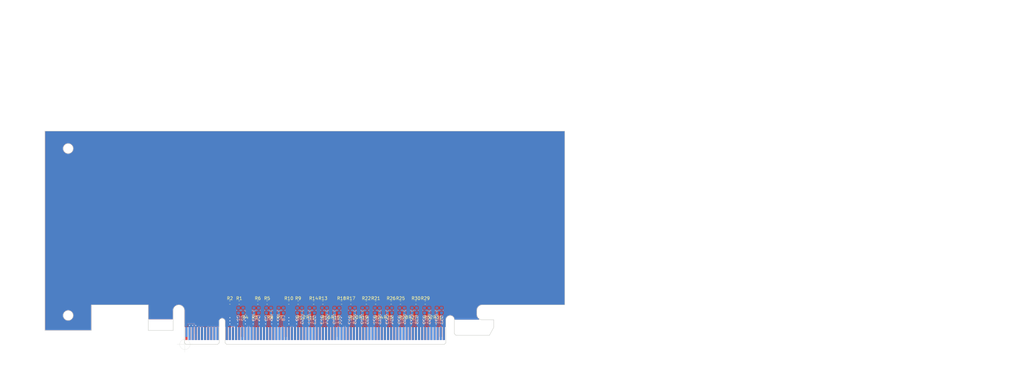
<source format=kicad_pcb>
(kicad_pcb (version 20241229) (generator "pcbnew") (generator_version "9.0")
  (title_block (title "PCIexpress_x16_full") (company "Author: Luca Anastasio"))
  (layers (0 "F.Cu" power) (4 "In1.Cu" power) (6 "In2.Cu" power) (2 "B.Cu" power) (13 "F.Paste" user) (15 "B.Paste" user) (5 "F.SilkS" user "F.Silkscreen") (7 "B.SilkS" user "B.Silkscreen") (1 "F.Mask" user) (3 "B.Mask" user) (25 "Edge.Cuts" user))
  (net 0 "")
  (net 1 "GND")
  (net 2 "Net-(J2-PadA50)")
  (net 3 "Net-(J2-PadB82)")
  (net 4 "Net-(J2-PadA33)")
  (net 5 "Net-(J2-PadA32)")
  (net 6 "Net-(J2-PadA19)")
  (net 7 "+12V")
  (net 8 "+3V3")
  (net 9 "+3.3VA")
  (net 10 "Net-(J2-PadB12)")
  (net 11 "Net-(J2-PadB30)")
  (net 12 "/PER0_P")
  (net 13 "/PER0_N")
  (net 14 "/PER1_P")
  (net 15 "/PER1_N")
  (net 16 "/PER2_P")
  (net 17 "/PER2_N")
  (net 18 "/PER3_P")
  (net 19 "/PER3_N")
  (net 20 "/PER4_P")
  (net 21 "/PER4_N")
  (net 22 "/PER5_P")
  (net 23 "/PER5_N")
  (net 24 "/PER6_P")
  (net 25 "/PER6_N")
  (net 26 "/PER7_P")
  (net 27 "/PER7_N")
  (net 28 "/PER8_P")
  (net 29 "/PER8_N")
  (net 30 "/PER9_P")
  (net 31 "/PER9_N")
  (net 32 "/PER10_P")
  (net 33 "/PER10_N")
  (net 34 "/PER11_P")
  (net 35 "/PER11_N")
  (net 36 "/PER12_P")
  (net 37 "/PER12_N")
  (net 38 "/PER13_P")
  (net 39 "/PER13_N")
  (net 40 "/PER14_P")
  (net 41 "/PER14_N")
  (net 42 "/PER15_P")
  (net 43 "/PER15_N")
  (net 44 "/~{PRSNT2x16}")
  (net 45 "/PET15_N")
  (net 46 "/PET15_P")
  (net 47 "/PET14_N")
  (net 48 "/PET14_P")
  (net 49 "/PET13_N")
  (net 50 "/PET13_P")
  (net 51 "/PET12_N")
  (net 52 "/PET12_P")
  (net 53 "/PET11_N")
  (net 54 "/PET11_P")
  (net 55 "/PET10_N")
  (net 56 "/PET10_P")
  (net 57 "/PET9_N")
  (net 58 "/PET9_P")
  (net 59 "/PET8_N")
  (net 60 "/PET8_P")
  (net 61 "/~{PRSNT2x8}")
  (net 62 "/PET7_N")
  (net 63 "/PET7_P")
  (net 64 "/PET6_N")
  (net 65 "/PET6_P")
  (net 66 "/PET5_N")
  (net 67 "/PET5_P")
  (net 68 "/PET4_N")
  (net 69 "/PET4_P")
  (net 70 "/~{PRSNT2x4}")
  (net 71 "/PET3_N")
  (net 72 "/PET3_P")
  (net 73 "/PET2_N")
  (net 74 "/PET2_P")
  (net 75 "/PET1_N")
  (net 76 "/PET1_P")
  (net 77 "/SMCLK")
  (net 78 "/SMDAT")
  (net 79 "/~{TRST}")
  (net 80 "/~{WAKE}")
  (net 81 "/PET0_P")
  (net 82 "/PET0_N")
  (net 83 "/~{PRSNT2x1}")
  (net 84 "/~{PRSNT1}")
  (net 85 "/TCK")
  (net 86 "/TDI")
  (net 87 "/TDO")
  (net 88 "/TMS")
  (net 89 "/~{PERST}")
  (net 90 "/REFCLK-")
  (net 91 "/REFCLK+")
  (net 92 "/PCIexpress_connector/_PER0_P")
  (net 93 "/PCIexpress_connector/_PER0_N")
  (net 94 "/PCIexpress_connector/_PER1_P")
  (net 95 "/PCIexpress_connector/_PER1_N")
  (net 96 "/PCIexpress_connector/_PER2_P")
  (net 97 "/PCIexpress_connector/_PER2_N")
  (net 98 "/PCIexpress_connector/_PER3_P")
  (net 99 "/PCIexpress_connector/_PER3_N")
  (net 100 "/PCIexpress_connector/_PER4_P")
  (net 101 "/PCIexpress_connector/_PER4_N")
  (net 102 "/PCIexpress_connector/_PER5_P")
  (net 103 "/PCIexpress_connector/_PER5_N")
  (net 104 "/PCIexpress_connector/_PER6_P")
  (net 105 "/PCIexpress_connector/_PER6_N")
  (net 106 "/PCIexpress_connector/_PER7_P")
  (net 107 "/PCIexpress_connector/_PER7_N")
  (net 108 "/PCIexpress_connector/_PER8_P")
  (net 109 "/PCIexpress_connector/_PER8_N")
  (net 110 "/PCIexpress_connector/_PER9_P")
  (net 111 "/PCIexpress_connector/_PER9_N")
  (net 112 "/PCIexpress_connector/_PER10_P")
  (net 113 "/PCIexpress_connector/_PER10_N")
  (net 114 "/PCIexpress_connector/_PER11_P")
  (net 115 "/PCIexpress_connector/_PER11_N")
  (net 116 "/PCIexpress_connector/_PER12_P")
  (net 117 "/PCIexpress_connector/_PER12_N")
  (net 118 "/PCIexpress_connector/_PER13_P")
  (net 119 "/PCIexpress_connector/_PER13_N")
  (net 120 "/PCIexpress_connector/_PER14_P")
  (net 121 "/PCIexpress_connector/_PER14_N")
  (net 122 "/PCIexpress_connector/_PER15_P")
  (net 123 "/PCIexpress_connector/_PER15_N")
  (footprint "PCIexpress:PCIexpress_bracket_low" (layer "F.Cu") (at 109.625 194.125)
    (property "Reference" "J1" (hide yes))
    (property "Value" "PCIexpress_bracket")
  )
  (footprint "PCIexpress:PCIexpress_x16" (layer "F.Cu") (at 109.625 194.125)
    (property "Reference" "J2" (hide yes))
    (property "Value" "PCIexpress_x16")
  )
  (footprint "Resistor_SMD:R_0603_1608Metric" (layer "F.Cu") (at 127.125 180.625)
    (property "Reference" "R1")
    (property "Value" "49.9")
  )
  (footprint "Resistor_SMD:R_0603_1608Metric" (layer "F.Cu") (at 124.125 180.625 180)
    (property "Reference" "R2")
    (property "Value" "49.9")
  )
  (footprint "Resistor_SMD:R_0603_1608Metric" (layer "F.Cu") (at 136.125 180.625)
    (property "Reference" "R5")
    (property "Value" "49.9")
  )
  (footprint "Resistor_SMD:R_0603_1608Metric" (layer "F.Cu") (at 133.125 180.625 180)
    (property "Reference" "R6")
    (property "Value" "49.9")
  )
  (footprint "Resistor_SMD:R_0603_1608Metric" (layer "F.Cu") (at 140.125 183.875)
    (property "Reference" "R7")
    (property "Value" "49.9")
  )
  (footprint "Resistor_SMD:R_0603_1608Metric" (layer "F.Cu") (at 137.125 183.875 180)
    (property "Reference" "R8")
    (property "Value" "49.9")
  )
  (footprint "Resistor_SMD:R_0603_1608Metric" (layer "F.Cu") (at 146.125 180.625)
    (property "Reference" "R9")
    (property "Value" "49.9")
  )
  (footprint "Resistor_SMD:R_0603_1608Metric" (layer "F.Cu") (at 143.125 180.625 180)
    (property "Reference" "R10")
    (property "Value" "49.9")
  )
  (footprint "Resistor_SMD:R_0603_1608Metric" (layer "F.Cu") (at 150.125 183.875)
    (property "Reference" "R11")
    (property "Value" "49.9")
  )
  (footprint "Resistor_SMD:R_0603_1608Metric" (layer "F.Cu") (at 147.125 183.875 180)
    (property "Reference" "R12")
    (property "Value" "49.9")
  )
  (footprint "Resistor_SMD:R_0603_1608Metric" (layer "F.Cu") (at 154.125 180.625)
    (property "Reference" "R13")
    (property "Value" "49.9")
  )
  (footprint "Resistor_SMD:R_0603_1608Metric" (layer "F.Cu") (at 151.125 180.625 180)
    (property "Reference" "R14")
    (property "Value" "49.9")
  )
  (footprint "Resistor_SMD:R_0603_1608Metric" (layer "F.Cu") (at 158.125 183.875)
    (property "Reference" "R15")
    (property "Value" "49.9")
  )
  (footprint "Resistor_SMD:R_0603_1608Metric" (layer "F.Cu") (at 155.125 183.875 180)
    (property "Reference" "R16")
    (property "Value" "49.9")
  )
  (footprint "Resistor_SMD:R_0603_1608Metric" (layer "F.Cu") (at 163.125 180.625)
    (property "Reference" "R17")
    (property "Value" "49.9")
  )
  (footprint "Resistor_SMD:R_0603_1608Metric" (layer "F.Cu") (at 167.125 183.875)
    (property "Reference" "R19")
    (property "Value" "49.9")
  )
  (footprint "Resistor_SMD:R_0603_1608Metric" (layer "F.Cu") (at 164.125 183.875 180)
    (property "Reference" "R20")
    (property "Value" "49.9")
  )
  (footprint "Resistor_SMD:R_0603_1608Metric" (layer "F.Cu") (at 171.125 180.625)
    (property "Reference" "R21")
    (property "Value" "49.9")
  )
  (footprint "Resistor_SMD:R_0603_1608Metric" (layer "F.Cu") (at 168.125 180.625 180)
    (property "Reference" "R22")
    (property "Value" "49.9")
  )
  (footprint "Resistor_SMD:R_0603_1608Metric" (layer "F.Cu") (at 175.125 183.875)
    (property "Reference" "R23")
    (property "Value" "49.9")
  )
  (footprint "Resistor_SMD:R_0603_1608Metric" (layer "F.Cu") (at 172.125 183.875 180)
    (property "Reference" "R24")
    (property "Value" "49.9")
  )
  (footprint "Resistor_SMD:R_0603_1608Metric" (layer "F.Cu") (at 179.135 180.625)
    (property "Reference" "R25")
    (property "Value" "49.9")
  )
  (footprint "Resistor_SMD:R_0603_1608Metric" (layer "F.Cu") (at 176.125 180.625 180)
    (property "Reference" "R26")
    (property "Value" "49.9")
  )
  (footprint "Resistor_SMD:R_0603_1608Metric" (layer "F.Cu") (at 183.125 183.875)
    (property "Reference" "R27")
    (property "Value" "49.9")
  )
  (footprint "Resistor_SMD:R_0603_1608Metric" (layer "F.Cu") (at 180.125 183.875 180)
    (property "Reference" "R28")
    (property "Value" "49.9")
  )
  (footprint "Resistor_SMD:R_0603_1608Metric" (layer "F.Cu") (at 187.125 180.625)
    (property "Reference" "R29")
    (property "Value" "49.9")
  )
  (footprint "Resistor_SMD:R_0603_1608Metric" (layer "F.Cu") (at 184.125 180.625 180)
    (property "Reference" "R30")
    (property "Value" "49.9")
  )
  (footprint "Resistor_SMD:R_0603_1608Metric" (layer "F.Cu") (at 191.125 183.875)
    (property "Reference" "R31")
    (property "Value" "49.9")
  )
  (footprint "Resistor_SMD:R_0603_1608Metric" (layer "F.Cu") (at 188.125 183.875 180)
    (property "Reference" "R32")
    (property "Value" "49.9")
  )
  (footprint "Resistor_SMD:R_0603_1608Metric" (layer "F.Cu") (at 160.125 180.625 180)
    (property "Reference" "R18")
    (property "Value" "49.9")
  )
  (footprint "Resistor_SMD:R_0603_1608Metric" (layer "F.Cu") (at 129.125 183.875 180)
    (property "Reference" "R4")
    (property "Value" "49.9")
  )
  (footprint "Resistor_SMD:R_0603_1608Metric" (layer "F.Cu") (at 132.125 183.875)
    (property "Reference" "R3")
    (property "Value" "49.9")
  )
  (footprint "Capacitor_SMD:C_0603_1608Metric" (layer "B.Cu") (at 126.875 183.125 -90)
    (property "Reference" "C1")
    (property "Value" "100n")
  )
  (footprint "Capacitor_SMD:C_0603_1608Metric" (layer "B.Cu") (at 128.375 183.125 90)
    (property "Reference" "C2")
    (property "Value" "100n")
  )
  (footprint "Capacitor_SMD:C_0603_1608Metric" (layer "B.Cu") (at 131.875 183.125 -90)
    (property "Reference" "C3")
    (property "Value" "100n")
  )
  (footprint "Capacitor_SMD:C_0603_1608Metric" (layer "B.Cu") (at 133.375 183.125 90)
    (property "Reference" "C4")
    (property "Value" "100n")
  )
  (footprint "Capacitor_SMD:C_0603_1608Metric" (layer "B.Cu") (at 135.875 183.125 -90)
    (property "Reference" "C5")
    (property "Value" "100n")
  )
  (footprint "Capacitor_SMD:C_0603_1608Metric" (layer "B.Cu") (at 137.375 183.125 90)
    (property "Reference" "C6")
    (property "Value" "100n")
  )
  (footprint "Capacitor_SMD:C_0603_1608Metric" (layer "B.Cu") (at 139.875 183.125 -90)
    (property "Reference" "C7")
    (property "Value" "100n")
  )
  (footprint "Capacitor_SMD:C_0603_1608Metric" (layer "B.Cu") (at 141.375 183.125 90)
    (property "Reference" "C8")
    (property "Value" "100n")
  )
  (footprint "Capacitor_SMD:C_0603_1608Metric" (layer "B.Cu") (at 145.875 183.125 -90)
    (property "Reference" "C9")
    (property "Value" "100n")
  )
  (footprint "Capacitor_SMD:C_0603_1608Metric" (layer "B.Cu") (at 147.375 183.125 90)
    (property "Reference" "C10")
    (property "Value" "100n")
  )
  (footprint "Capacitor_SMD:C_0603_1608Metric" (layer "B.Cu") (at 149.875 183.125 -90)
    (property "Reference" "C11")
    (property "Value" "100n")
  )
  (footprint "Capacitor_SMD:C_0603_1608Metric" (layer "B.Cu") (at 151.375 183.125 90)
    (property "Reference" "C12")
    (property "Value" "100n")
  )
  (footprint "Capacitor_SMD:C_0603_1608Metric" (layer "B.Cu") (at 155.375 183.125 90)
    (property "Reference" "C14")
    (property "Value" "100n")
  )
  (footprint "Capacitor_SMD:C_0603_1608Metric" (layer "B.Cu") (at 157.875 183.125 -90)
    (property "Reference" "C15")
    (property "Value" "100n")
  )
  (footprint "Capacitor_SMD:C_0603_1608Metric" (layer "B.Cu") (at 159.375 183.125 90)
    (property "Reference" "C16")
    (property "Value" "100n")
  )
  (footprint "Capacitor_SMD:C_0603_1608Metric" (layer "B.Cu") (at 162.875 183.125 -90)
    (property "Reference" "C17")
    (property "Value" "100n")
  )
  (footprint "Capacitor_SMD:C_0603_1608Metric" (layer "B.Cu") (at 164.375 183.125 90)
    (property "Reference" "C18")
    (property "Value" "100n")
  )
  (footprint "Capacitor_SMD:C_0603_1608Metric" (layer "B.Cu") (at 166.875 183.125 -90)
    (property "Reference" "C19")
    (property "Value" "100n")
  )
  (footprint "Capacitor_SMD:C_0603_1608Metric" (layer "B.Cu") (at 168.375 183.125 90)
    (property "Reference" "C20")
    (property "Value" "100n")
  )
  (footprint "Capacitor_SMD:C_0603_1608Metric" (layer "B.Cu") (at 170.875 183.125 -90)
    (property "Reference" "C21")
    (property "Value" "100n")
  )
  (footprint "Capacitor_SMD:C_0603_1608Metric" (layer "B.Cu") (at 172.375 183.125 90)
    (property "Reference" "C22")
    (property "Value" "100n")
  )
  (footprint "Capacitor_SMD:C_0603_1608Metric" (layer "B.Cu") (at 174.875 183.125 -90)
    (property "Reference" "C23")
    (property "Value" "100n")
  )
  (footprint "Capacitor_SMD:C_0603_1608Metric" (layer "B.Cu") (at 176.375 183.125 90)
    (property "Reference" "C24")
    (property "Value" "100n")
  )
  (footprint "Capacitor_SMD:C_0603_1608Metric" (layer "B.Cu") (at 178.875 183.125 -90)
    (property "Reference" "C25")
    (property "Value" "100n")
  )
  (footprint "Capacitor_SMD:C_0603_1608Metric" (layer "B.Cu") (at 180.375 183.125 90)
    (property "Reference" "C26")
    (property "Value" "100n")
  )
  (footprint "Capacitor_SMD:C_0603_1608Metric" (layer "B.Cu") (at 182.875 183.125 -90)
    (property "Reference" "C27")
    (property "Value" "100n")
  )
  (footprint "Capacitor_SMD:C_0603_1608Metric" (layer "B.Cu") (at 184.375 183.125 90)
    (property "Reference" "C28")
    (property "Value" "100n")
  )
  (footprint "Capacitor_SMD:C_0603_1608Metric" (layer "B.Cu") (at 186.875 183.125 -90)
    (property "Reference" "C29")
    (property "Value" "100n")
  )
  (footprint "Capacitor_SMD:C_0603_1608Metric" (layer "B.Cu") (at 188.375 183.125 90)
    (property "Reference" "C30")
    (property "Value" "100n")
  )
  (footprint "Capacitor_SMD:C_0603_1608Metric" (layer "B.Cu") (at 190.875 183.125 -90)
    (property "Reference" "C31")
    (property "Value" "100n")
  )
  (footprint "Capacitor_SMD:C_0603_1608Metric" (layer "B.Cu") (at 192.375 183.125 90)
    (property "Reference" "C32")
    (property "Value" "100n")
  )
  (footprint "Capacitor_SMD:C_0603_1608Metric" (layer "B.Cu") (at 153.875 183.125 -90)
    (property "Reference" "C13")
    (property "Value" "100n")
  )
  (gr_line (start 122.575 193.625) (end 123.075 194.125) (stroke (width 0.15)) (layer "Edge.Cuts"))
  (gr_arc (start 120.675 186.675) (mid 121.625 185.725) (end 122.575 186.675) (stroke (width 0.15)) (layer "Edge.Cuts"))
  (gr_line (start 64.475 125.225) (end 64.475 189.625) (stroke (width 0.15)) (layer "Edge.Cuts"))
  (gr_circle (center 71.975 130.875) (end 73.575 130.875) (stroke (width 0.15)) (fill no) (layer "Edge.Cuts"))
  (gr_line (start 97.825 181.375) (end 97.825 189.625) (stroke (width 0.15)) (layer "Edge.Cuts"))
  (gr_line (start 196.525 186.175) (end 196.525 190.675) (stroke (width 0.15)) (layer "Edge.Cuts"))
  (gr_line (start 109.475 193.625) (end 109.975 194.125) (stroke (width 0.15)) (layer "Edge.Cuts"))
  (gr_line (start 79.475 189.625) (end 79.475 181.375) (stroke (width 0.15)) (layer "Edge.Cuts"))
  (gr_line (start 79.475 181.375) (end 97.825 181.375) (stroke (width 0.15)) (layer "Edge.Cuts"))
  (gr_arc (start 205.525 186.175) (mid 204.287563 185.662437) (end 203.775 184.425) (stroke (width 0.15)) (layer "Edge.Cuts"))
  (gr_line (start 232.125 181.375) (end 232.125 125.225) (stroke (width 0.15)) (layer "Edge.Cuts"))
  (gr_circle (center 71.975 184.775) (end 73.575 184.775) (stroke (width 0.15)) (fill no) (layer "Edge.Cuts"))
  (gr_line (start 232.125 125.225) (end 64.475 125.225) (stroke (width 0.15)) (layer "Edge.Cuts"))
  (gr_line (start 232.1277 181.375) (end 205.525 181.375) (stroke (width 0.15)) (layer "Edge.Cuts"))
  (gr_line (start 193.775 193.625) (end 193.775 186.175) (stroke (width 0.15)) (layer "Edge.Cuts"))
  (gr_arc (start 105.825 183.2) (mid 107.65 181.375) (end 109.475 183.2) (stroke (width 0.15)) (layer "Edge.Cuts"))
  (gr_line (start 196.525 190.675) (end 197.025 191.175) (stroke (width 0.15)) (layer "Edge.Cuts"))
  (gr_line (start 120.675 193.625) (end 120.675 186.675) (stroke (width 0.15)) (layer "Edge.Cuts"))
  (gr_line (start 123.075 194.125) (end 193.275 194.125) (stroke (width 0.15)) (layer "Edge.Cuts"))
  (gr_arc (start 193.775 186.175) (mid 195.15 184.8) (end 196.525 186.175) (stroke (width 0.15)) (layer "Edge.Cuts"))
  (gr_line (start 209.225 188.625) (end 209.225 186.175) (stroke (width 0.15)) (layer "Edge.Cuts"))
  (gr_line (start 203.775 184.425) (end 203.775 183.125) (stroke (width 0.15)) (layer "Edge.Cuts"))
  (gr_line (start 109.475 183.2) (end 109.475 193.625) (stroke (width 0.15)) (layer "Edge.Cuts"))
  (gr_line (start 207.825 191.175) (end 209.225 188.625) (stroke (width 0.15)) (layer "Edge.Cuts"))
  (gr_line (start 97.825 189.625) (end 105.825 189.625) (stroke (width 0.15)) (layer "Edge.Cuts"))
  (gr_line (start 197.025 191.175) (end 207.825 191.175) (stroke (width 0.15)) (layer "Edge.Cuts"))
  (gr_line (start 105.825 189.625) (end 105.825 183.2) (stroke (width 0.15)) (layer "Edge.Cuts"))
  (gr_line (start 122.575 186.675) (end 122.575 193.625) (stroke (width 0.15)) (layer "Edge.Cuts"))
  (gr_line (start 109.975 194.125) (end 120.175 194.125) (stroke (width 0.15)) (layer "Edge.Cuts"))
  (gr_arc (start 203.775 183.125) (mid 204.287563 181.887563) (end 205.525 181.375) (stroke (width 0.15)) (layer "Edge.Cuts"))
  (gr_line (start 64.475 189.625) (end 79.475 189.625) (stroke (width 0.15)) (layer "Edge.Cuts"))
  (gr_line (start 209.225 186.175) (end 205.525 186.175) (stroke (width 0.15)) (layer "Edge.Cuts"))
  (gr_line (start 120.175 194.125) (end 120.675 193.625) (stroke (width 0.15)) (layer "Edge.Cuts"))
  (gr_line (start 193.275 194.125) (end 193.775 193.625) (stroke (width 0.15)) (layer "Edge.Cuts"))
  (target plus (at 109.625 194.125) (size 5) (width 0.05) (layer "Edge.Cuts"))
  (segment (start 113.125 188.125) (end 113.125 188.125) (width 0.7) (layer "F.Cu") (net 1))
  (segment (start 113.125 190.625) (end 113.125 188) (width 0.7) (layer "F.Cu") (net 1))
  (via (at 186.625 185.5) (size 0.55) (drill 0.3) (layers "F.Cu" "B.Cu") (net 1))
  (via (at 188.625 185.5) (size 0.55) (drill 0.3) (layers "F.Cu" "B.Cu") (net 1))
  (via (at 166.625 185.5) (size 0.55) (drill 0.3) (layers "F.Cu" "B.Cu") (net 1))
  (via (at 124.125 185.5) (size 0.55) (drill 0.3) (layers "F.Cu" "B.Cu") (net 1))
  (via (at 143.125 185.5) (size 0.55) (drill 0.3) (layers "F.Cu" "B.Cu") (net 1))
  (via (at 162.625 185.5) (size 0.55) (drill 0.3) (layers "F.Cu" "B.Cu") (net 1))
  (via (at 157.625 185.5) (size 0.55) (drill 0.3) (layers "F.Cu" "B.Cu") (net 1))
  (via (at 135.625 185.5) (size 0.55) (drill 0.3) (layers "F.Cu" "B.Cu") (net 1))
  (via (at 139.625 185.5) (size 0.55) (drill 0.3) (layers "F.Cu" "B.Cu") (net 1))
  (via (at 178.625 185.5) (size 0.55) (drill 0.3) (layers "F.Cu" "B.Cu") (net 1))
  (via (at 133.625 185.5) (size 0.55) (drill 0.3) (layers "F.Cu" "B.Cu") (net 1))
  (via (at 129.125 185.5) (size 0.55) (drill 0.3) (layers "F.Cu" "B.Cu") (net 1))
  (via (at 155.625 185.5) (size 0.55) (drill 0.3) (layers "F.Cu" "B.Cu") (net 1))
  (via (at 149.625 185.5) (size 0.55) (drill 0.3) (layers "F.Cu" "B.Cu") (net 1))
  (via (at 147.625 185.5) (size 0.55) (drill 0.3) (layers "F.Cu" "B.Cu") (net 1))
  (via (at 180.625 185.5) (size 0.55) (drill 0.3) (layers "F.Cu" "B.Cu") (net 1))
  (via (at 164.625 185.5) (size 0.55) (drill 0.3) (layers "F.Cu" "B.Cu") (net 1))
  (via (at 145.625 185.5) (size 0.55) (drill 0.3) (layers "F.Cu" "B.Cu") (net 1))
  (via (at 184.625 185.5) (size 0.55) (drill 0.3) (layers "F.Cu" "B.Cu") (net 1))
  (via (at 182.625 185.5) (size 0.55) (drill 0.3) (layers "F.Cu" "B.Cu") (net 1))
  (via (at 190.625 185.5) (size 0.55) (drill 0.3) (layers "F.Cu" "B.Cu") (net 1))
  (via (at 192.625 185.5) (size 0.55) (drill 0.3) (layers "F.Cu" "B.Cu") (net 1))
  (via (at 174.625 185.5) (size 0.55) (drill 0.3) (layers "F.Cu" "B.Cu") (net 1))
  (via (at 160.125 185.5) (size 0.55) (drill 0.3) (layers "F.Cu" "B.Cu") (net 1))
  (via (at 151.625 185.5) (size 0.55) (drill 0.3) (layers "F.Cu" "B.Cu") (net 1))
  (via (at 153.625 185.5) (size 0.55) (drill 0.3) (layers "F.Cu" "B.Cu") (net 1))
  (via (at 176.625 185.5) (size 0.55) (drill 0.3) (layers "F.Cu" "B.Cu") (net 1))
  (via (at 170.625 185.5) (size 0.55) (drill 0.3) (layers "F.Cu" "B.Cu") (net 1))
  (via (at 172.625 185.5) (size 0.55) (drill 0.3) (layers "F.Cu" "B.Cu") (net 1))
  (via (at 126.625 185.5) (size 0.55) (drill 0.3) (layers "F.Cu" "B.Cu") (net 1))
  (via (at 131.625 185.5) (size 0.55) (drill 0.3) (layers "F.Cu" "B.Cu") (net 1))
  (via (at 137.625 185.5) (size 0.55) (drill 0.3) (layers "F.Cu" "B.Cu") (net 1))
  (via (at 168.625 185.5) (size 0.55) (drill 0.3) (layers "F.Cu" "B.Cu") (net 1))
  (via (at 180.625 187.5) (size 0.55) (drill 0.3) (layers "F.Cu" "B.Cu") (net 1))
  (via (at 133.625 187.5) (size 0.55) (drill 0.3) (layers "F.Cu" "B.Cu") (net 1))
  (via (at 131.625 187.5) (size 0.55) (drill 0.3) (layers "F.Cu" "B.Cu") (net 1))
  (via (at 153.625 187.5) (size 0.55) (drill 0.3) (layers "F.Cu" "B.Cu") (net 1))
  (via (at 172.625 186.5) (size 0.55) (drill 0.3) (layers "F.Cu" "B.Cu") (net 1))
  (via (at 160.125 187.5) (size 0.55) (drill 0.3) (layers "F.Cu" "B.Cu") (net 1))
  (via (at 157.625 186.5) (size 0.55) (drill 0.3) (layers "F.Cu" "B.Cu") (net 1))
  (via (at 155.625 187.5) (size 0.55) (drill 0.3) (layers "F.Cu" "B.Cu") (net 1))
  (via (at 135.625 187.5) (size 0.55) (drill 0.3) (layers "F.Cu" "B.Cu") (net 1))
  (via (at 178.625 186.5) (size 0.55) (drill 0.3) (layers "F.Cu" "B.Cu") (net 1))
  (via (at 124.125 186.5) (size 0.55) (drill 0.3) (layers "F.Cu" "B.Cu") (net 1))
  (via (at 192.625 186.5) (size 0.55) (drill 0.3) (layers "F.Cu" "B.Cu") (net 1))
  (via (at 188.625 187.5) (size 0.55) (drill 0.3) (layers "F.Cu" "B.Cu") (net 1))
  (via (at 151.625 186.5) (size 0.55) (drill 0.3) (layers "F.Cu" "B.Cu") (net 1))
  (via (at 131.625 186.5) (size 0.55) (drill 0.3) (layers "F.Cu" "B.Cu") (net 1))
  (via (at 135.625 186.5) (size 0.55) (drill 0.3) (layers "F.Cu" "B.Cu") (net 1))
  (via (at 124.125 187.5) (size 0.55) (drill 0.3) (layers "F.Cu" "B.Cu") (net 1))
  (via (at 113.125 188) (size 0.55) (drill 0.3) (layers "F.Cu" "B.Cu") (net 1))
  (via (at 170.625 186.5) (size 0.55) (drill 0.3) (layers "F.Cu" "B.Cu") (net 1))
  (via (at 176.625 186.5) (size 0.55) (drill 0.3) (layers "F.Cu" "B.Cu") (net 1))
  (via (at 184.625 187.5) (size 0.55) (drill 0.3) (layers "F.Cu" "B.Cu") (net 1))
  (via (at 139.625 186.5) (size 0.55) (drill 0.3) (layers "F.Cu" "B.Cu") (net 1))
  (via (at 188.625 186.5) (size 0.55) (drill 0.3) (layers "F.Cu" "B.Cu") (net 1))
  (via (at 174.625 186.5) (size 0.55) (drill 0.3) (layers "F.Cu" "B.Cu") (net 1))
  (via (at 153.625 186.5) (size 0.55) (drill 0.3) (layers "F.Cu" "B.Cu") (net 1))
  (via (at 137.625 186.5) (size 0.55) (drill 0.3) (layers "F.Cu" "B.Cu") (net 1))
  (via (at 172.625 187.5) (size 0.55) (drill 0.3) (layers "F.Cu" "B.Cu") (net 1))
  (via (at 164.625 187.5) (size 0.55) (drill 0.3) (layers "F.Cu" "B.Cu") (net 1))
  (via (at 143.125 186.5) (size 0.55) (drill 0.3) (layers "F.Cu" "B.Cu") (net 1))
  (via (at 155.625 186.5) (size 0.55) (drill 0.3) (layers "F.Cu" "B.Cu") (net 1))
  (via (at 186.625 186.5) (size 0.55) (drill 0.3) (layers "F.Cu" "B.Cu") (net 1))
  (via (at 149.625 187.5) (size 0.55) (drill 0.3) (layers "F.Cu" "B.Cu") (net 1))
  (via (at 157.625 187.5) (size 0.55) (drill 0.3) (layers "F.Cu" "B.Cu") (net 1))
  (via (at 190.625 186.5) (size 0.55) (drill 0.3) (layers "F.Cu" "B.Cu") (net 1))
  (via (at 170.625 187.5) (size 0.55) (drill 0.3) (layers "F.Cu" "B.Cu") (net 1))
  (via (at 126.625 187.5) (size 0.55) (drill 0.3) (layers "F.Cu" "B.Cu") (net 1))
  (via (at 192.625 187.5) (size 0.55) (drill 0.3) (layers "F.Cu" "B.Cu") (net 1))
  (via (at 151.625 187.5) (size 0.55) (drill 0.3) (layers "F.Cu" "B.Cu") (net 1))
  (via (at 162.625 186.5) (size 0.55) (drill 0.3) (layers "F.Cu" "B.Cu") (net 1))
  (via (at 180.625 186.5) (size 0.55) (drill 0.3) (layers "F.Cu" "B.Cu") (net 1))
  (via (at 168.625 187.5) (size 0.55) (drill 0.3) (layers "F.Cu" "B.Cu") (net 1))
  (via (at 186.625 187.5) (size 0.55) (drill 0.3) (layers "F.Cu" "B.Cu") (net 1))
  (via (at 176.625 187.5) (size 0.55) (drill 0.3) (layers "F.Cu" "B.Cu") (net 1))
  (via (at 145.625 186.5) (size 0.55) (drill 0.3) (layers "F.Cu" "B.Cu") (net 1))
  (via (at 182.625 187.5) (size 0.55) (drill 0.3) (layers "F.Cu" "B.Cu") (net 1))
  (via (at 164.625 186.5) (size 0.55) (drill 0.3) (layers "F.Cu" "B.Cu") (net 1))
  (via (at 174.625 187.5) (size 0.55) (drill 0.3) (layers "F.Cu" "B.Cu") (net 1))
  (via (at 149.625 186.5) (size 0.55) (drill 0.3) (layers "F.Cu" "B.Cu") (net 1))
  (via (at 190.625 187.5) (size 0.55) (drill 0.3) (layers "F.Cu" "B.Cu") (net 1))
  (via (at 162.625 187.5) (size 0.55) (drill 0.3) (layers "F.Cu" "B.Cu") (net 1))
  (via (at 160.125 186.5) (size 0.55) (drill 0.3) (layers "F.Cu" "B.Cu") (net 1))
  (via (at 166.625 186.5) (size 0.55) (drill 0.3) (layers "F.Cu" "B.Cu") (net 1))
  (via (at 145.625 187.5) (size 0.55) (drill 0.3) (layers "F.Cu" "B.Cu") (net 1))
  (via (at 168.625 186.5) (size 0.55) (drill 0.3) (layers "F.Cu" "B.Cu") (net 1))
  (via (at 147.625 186.5) (size 0.55) (drill 0.3) (layers "F.Cu" "B.Cu") (net 1))
  (via (at 166.625 187.5) (size 0.55) (drill 0.3) (layers "F.Cu" "B.Cu") (net 1))
  (via (at 129.125 187.5) (size 0.55) (drill 0.3) (layers "F.Cu" "B.Cu") (net 1))
  (via (at 182.625 186.5) (size 0.55) (drill 0.3) (layers "F.Cu" "B.Cu") (net 1))
  (via (at 147.625 187.5) (size 0.55) (drill 0.3) (layers "F.Cu" "B.Cu") (net 1))
  (via (at 178.625 187.5) (size 0.55) (drill 0.3) (layers "F.Cu" "B.Cu") (net 1))
  (via (at 133.625 186.5) (size 0.55) (drill 0.3) (layers "F.Cu" "B.Cu") (net 1))
  (via (at 184.625 186.5) (size 0.55) (drill 0.3) (layers "F.Cu" "B.Cu") (net 1))
  (via (at 129.125 186.5) (size 0.55) (drill 0.3) (layers "F.Cu" "B.Cu") (net 1))
  (via (at 143.125 187.5) (size 0.55) (drill 0.3) (layers "F.Cu" "B.Cu") (net 1))
  (via (at 137.625 187.5) (size 0.55) (drill 0.3) (layers "F.Cu" "B.Cu") (net 1))
  (via (at 126.625 186.5) (size 0.55) (drill 0.3) (layers "F.Cu" "B.Cu") (net 1))
  (via (at 139.625 187.5) (size 0.55) (drill 0.3) (layers "F.Cu" "B.Cu") (net 1))
  (segment (start 111.125 190.625) (end 111.125 188) (width 0.0889) (layer "F.Cu") (net 7))
  (via (at 111.125 188) (size 0.55) (drill 0.3) (layers "F.Cu" "B.Cu") (net 7))
  (via (at 112.125 188) (size 0.55) (drill 0.3) (layers "F.Cu" "B.Cu") (net 7))
  (segment (start 190.3375 184.5375) (end 190.3375 183.875) (width 0.2) (layer "F.Cu") (net 45))
  (segment (start 190.125 188.375) (end 189.825 188.075) (width 0.2) (layer "F.Cu") (net 45))
  (segment (start 189.825 188.075) (end 189.825 185.05) (width 0.2) (layer "F.Cu") (net 45))
  (segment (start 190.125 190.625) (end 190.125 188.375) (width 0.2) (layer "F.Cu") (net 45))
  (segment (start 189.825 185.05) (end 190.3375 184.5375) (width 0.2) (layer "F.Cu") (net 45))
  (segment (start 189.425 185.05) (end 188.9125 184.5375) (width 0.2) (layer "F.Cu") (net 46))
  (segment (start 189.125 188.375) (end 189.425 188.075) (width 0.2) (layer "F.Cu") (net 46))
  (segment (start 189.125 190.625) (end 189.125 188.375) (width 0.2) (layer "F.Cu") (net 46))
  (segment (start 188.9125 184.5375) (end 188.9125 183.875) (width 0.2) (layer "F.Cu") (net 46))
  (segment (start 189.425 188.075) (end 189.425 185.05) (width 0.2) (layer "F.Cu") (net 46))
  (segment (start 185.825 181.8) (end 185.825 188.075) (width 0.2) (layer "F.Cu") (net 47))
  (segment (start 185.825 188.075) (end 186.125 188.375) (width 0.2) (layer "F.Cu") (net 47))
  (segment (start 186.3375 180.625) (end 186.3375 181.2875) (width 0.2) (layer "F.Cu") (net 47))
  (segment (start 186.125 188.375) (end 186.125 190.625) (width 0.2) (layer "F.Cu") (net 47))
  (segment (start 186.3375 181.2875) (end 185.825 181.8) (width 0.2) (layer "F.Cu") (net 47))
  (segment (start 184.9125 180.625) (end 184.9125 181.26875) (width 0.2) (layer "F.Cu") (net 48))
  (segment (start 185.125 188.375) (end 185.125 190.625) (width 0.2) (layer "F.Cu") (net 48))
  (segment (start 185.425 188.075) (end 185.125 188.375) (width 0.2) (layer "F.Cu") (net 48))
  (segment (start 184.9125 181.26875) (end 185.425 181.78125) (width 0.2) (layer "F.Cu") (net 48))
  (segment (start 185.425 181.78125) (end 185.425 188.075) (width 0.2) (layer "F.Cu") (net 48))
  (segment (start 181.825 188.075) (end 181.825 185.05) (width 0.2) (layer "F.Cu") (net 49))
  (segment (start 181.825 185.05) (end 182.3375 184.5375) (width 0.2) (layer "F.Cu") (net 49))
  (segment (start 182.3375 184.5375) (end 182.3375 183.875) (width 0.2) (layer "F.Cu") (net 49))
  (segment (start 182.125 190.625) (end 182.125 188.375) (width 0.2) (layer "F.Cu") (net 49))
  (segment (start 182.125 188.375) (end 181.825 188.075) (width 0.2) (layer "F.Cu") (net 49))
  (segment (start 181.125 188.375) (end 181.425 188.075) (width 0.2) (layer "F.Cu") (net 50))
  (segment (start 181.125 190.625) (end 181.125 188.375) (width 0.2) (layer "F.Cu") (net 50))
  (segment (start 181.425 188.075) (end 181.425 185.05) (width 0.2) (layer "F.Cu") (net 50))
  (segment (start 180.9125 184.5375) (end 180.9125 183.875) (width 0.2) (layer "F.Cu") (net 50))
  (segment (start 181.425 185.05) (end 180.9125 184.5375) (width 0.2) (layer "F.Cu") (net 50))
  (segment (start 178.125 188.375) (end 178.125 190.625) (width 0.2) (layer "F.Cu") (net 51))
  (segment (start 177.825 188.075) (end 178.125 188.375) (width 0.2) (layer "F.Cu") (net 51))
  (segment (start 178.3375 180.625) (end 178.3375 181.2875) (width 0.2) (layer "F.Cu") (net 51))
  (segment (start 177.825 181.8) (end 177.825 188.075) (width 0.2) (layer "F.Cu") (net 51))
  (segment (start 178.3375 181.2875) (end 177.825 181.8) (width 0.2) (layer "F.Cu") (net 51))
  (segment (start 177.125 188.375) (end 177.125 190.625) (width 0.2) (layer "F.Cu") (net 52))
  (segment (start 176.9125 181.26875) (end 177.425 181.78125) (width 0.2) (layer "F.Cu") (net 52))
  (segment (start 177.425 188.075) (end 177.125 188.375) (width 0.2) (layer "F.Cu") (net 52))
  (segment (start 177.425 181.78125) (end 177.425 188.075) (width 0.2) (layer "F.Cu") (net 52))
  (segment (start 176.9125 180.625) (end 176.9125 181.26875) (width 0.2) (layer "F.Cu") (net 52))
  (segment (start 174.125 188.375) (end 173.825 188.075) (width 0.2) (layer "F.Cu") (net 53))
  (segment (start 174.3375 184.5375) (end 174.3375 183.875) (width 0.2) (layer "F.Cu") (net 53))
  (segment (start 174.125 190.625) (end 174.125 188.375) (width 0.2) (layer "F.Cu") (net 53))
  (segment (start 173.825 185.05) (end 174.3375 184.5375) (width 0.2) (layer "F.Cu") (net 53))
  (segment (start 173.825 188.075) (end 173.825 185.05) (width 0.2) (layer "F.Cu") (net 53))
  (segment (start 173.125 188.375) (end 173.425 188.075) (width 0.2) (layer "F.Cu") (net 54))
  (segment (start 172.9125 184.5375) (end 172.9125 183.875) (width 0.2) (layer "F.Cu") (net 54))
  (segment (start 173.425 185.05) (end 172.9125 184.5375) (width 0.2) (layer "F.Cu") (net 54))
  (segment (start 173.125 190.625) (end 173.125 188.375) (width 0.2) (layer "F.Cu") (net 54))
  (segment (start 173.425 188.075) (end 173.425 185.05) (width 0.2) (layer "F.Cu") (net 54))
  (segment (start 169.825 181.8) (end 169.825 188.075) (width 0.2) (layer "F.Cu") (net 55))
  (segment (start 170.3375 180.625) (end 170.3375 181.2875) (width 0.2) (layer "F.Cu") (net 55))
  (segment (start 169.825 188.075) (end 170.125 188.375) (width 0.2) (layer "F.Cu") (net 55))
  (segment (start 170.125 188.375) (end 170.125 190.625) (width 0.2) (layer "F.Cu") (net 55))
  (segment (start 170.3375 181.2875) (end 169.825 181.8) (width 0.2) (layer "F.Cu") (net 55))
  (segment (start 168.9125 180.625) (end 168.9125 181.26875) (width 0.2) (layer "F.Cu") (net 56))
  (segment (start 169.425 188.075) (end 169.125 188.375) (width 0.2) (layer "F.Cu") (net 56))
  (segment (start 168.9125 181.26875) (end 169.425 181.78125) (width 0.2) (layer "F.Cu") (net 56))
  (segment (start 169.125 188.375) (end 169.125 190.625) (width 0.2) (layer "F.Cu") (net 56))
  (segment (start 169.425 181.78125) (end 169.425 188.075) (width 0.2) (layer "F.Cu") (net 56))
  (segment (start 166.125 188.375) (end 165.825 188.075) (width 0.2) (layer "F.Cu") (net 57))
  (segment (start 166.3375 184.5375) (end 166.3375 183.875) (width 0.2) (layer "F.Cu") (net 57))
  (segment (start 166.125 190.625) (end 166.125 188.375) (width 0.2) (layer "F.Cu") (net 57))
  (segment (start 165.825 188.075) (end 165.825 185.05) (width 0.2) (layer "F.Cu") (net 57))
  (segment (start 165.825 185.05) (end 166.3375 184.5375) (width 0.2) (layer "F.Cu") (net 57))
  (segment (start 164.9125 184.5375) (end 164.9125 183.875) (width 0.2) (layer "F.Cu") (net 58))
  (segment (start 165.125 188.375) (end 165.425 188.075) (width 0.2) (layer "F.Cu") (net 58))
  (segment (start 165.425 188.075) (end 165.425 185.05) (width 0.2) (layer "F.Cu") (net 58))
  (segment (start 165.125 190.625) (end 165.125 188.375) (width 0.2) (layer "F.Cu") (net 58))
  (segment (start 165.425 185.05) (end 164.9125 184.5375) (width 0.2) (layer "F.Cu") (net 58))
  (segment (start 162.3375 181.2875) (end 161.825 181.8) (width 0.2) (layer "F.Cu") (net 59))
  (segment (start 161.825 181.8) (end 161.825 188.075) (width 0.2) (layer "F.Cu") (net 59))
  (segment (start 162.3375 180.625) (end 162.3375 181.2875) (width 0.2) (layer "F.Cu") (net 59))
  (segment (start 161.825 188.075) (end 162.125 188.375) (width 0.2) (layer "F.Cu") (net 59))
  (segment (start 162.125 188.375) (end 162.125 190.625) (width 0.2) (layer "F.Cu") (net 59))
  (segment (start 161.425 181.78125) (end 161.425 188.075) (width 0.2) (layer "F.Cu") (net 60))
  (segment (start 161.125 188.375) (end 161.125 190.625) (width 0.2) (layer "F.Cu") (net 60))
  (segment (start 160.9125 180.625) (end 160.9125 181.26875) (width 0.2) (layer "F.Cu") (net 60))
  (segment (start 161.425 188.075) (end 161.125 188.375) (width 0.2) (layer "F.Cu") (net 60))
  (segment (start 160.9125 181.26875) (end 161.425 181.78125) (width 0.2) (layer "F.Cu") (net 60))
  (segment (start 157.125 188.375) (end 156.825 188.075) (width 0.2) (layer "F.Cu") (net 62))
  (segment (start 157.125 190.625) (end 157.125 188.375) (width 0.2) (layer "F.Cu") (net 62))
  (segment (start 157.3375 184.5375) (end 157.3375 183.875) (width 0.2) (layer "F.Cu") (net 62))
  (segment (start 156.825 185.05) (end 157.3375 184.5375) (width 0.2) (layer "F.Cu") (net 62))
  (segment (start 156.825 188.075) (end 156.825 185.05) (width 0.2) (layer "F.Cu") (net 62))
  (segment (start 156.125 188.375) (end 156.425 188.075) (width 0.2) (layer "F.Cu") (net 63))
  (segment (start 156.425 185.05) (end 155.9125 184.5375) (width 0.2) (layer "F.Cu") (net 63))
  (segment (start 156.125 190.625) (end 156.125 188.375) (width 0.2) (layer "F.Cu") (net 63))
  (segment (start 156.425 188.075) (end 156.425 185.05) (width 0.2) (layer "F.Cu") (net 63))
  (segment (start 155.9125 184.5375) (end 155.9125 183.875) (width 0.2) (layer "F.Cu") (net 63))
  (segment (start 152.825 181.8) (end 152.825 188.075) (width 0.2) (layer "F.Cu") (net 64))
  (segment (start 153.3375 181.2875) (end 152.825 181.8) (width 0.2) (layer "F.Cu") (net 64))
  (segment (start 153.125 188.375) (end 153.125 190.625) (width 0.2) (layer "F.Cu") (net 64))
  (segment (start 153.3375 180.625) (end 153.3375 181.2875) (width 0.2) (layer "F.Cu") (net 64))
  (segment (start 152.825 188.075) (end 153.125 188.375) (width 0.2) (layer "F.Cu") (net 64))
  (segment (start 152.425 181.78125) (end 152.425 188.075) (width 0.2) (layer "F.Cu") (net 65))
  (segment (start 151.9125 181.26875) (end 152.425 181.78125) (width 0.2) (layer "F.Cu") (net 65))
  (segment (start 152.425 188.075) (end 152.125 188.375) (width 0.2) (layer "F.Cu") (net 65))
  (segment (start 151.9125 180.625) (end 151.9125 181.26875) (width 0.2) (layer "F.Cu") (net 65))
  (segment (start 152.125 188.375) (end 152.125 190.625) (width 0.2) (layer "F.Cu") (net 65))
  (segment (start 149.3375 184.5375) (end 149.3375 183.875) (width 0.2) (layer "F.Cu") (net 66))
  (segment (start 148.825 185.05) (end 149.3375 184.5375) (width 0.2) (layer "F.Cu") (net 66))
  (segment (start 149.125 188.375) (end 148.825 188.075) (width 0.2) (layer "F.Cu") (net 66))
  (segment (start 149.125 190.625) (end 149.125 188.375) (width 0.2) (layer "F.Cu") (net 66))
  (segment (start 148.825 188.075) (end 148.825 185.05) (width 0.2) (layer "F.Cu") (net 66))
  (segment (start 147.9125 184.5375) (end 147.9125 183.875) (width 0.2) (layer "F.Cu") (net 67))
  (segment (start 148.425 185.05) (end 147.9125 184.5375) (width 0.2) (layer "F.Cu") (net 67))
  (segment (start 148.125 190.625) (end 148.125 188.375) (width 0.2) (layer "F.Cu") (net 67))
  (segment (start 148.425 188.075) (end 148.425 185.05) (width 0.2) (layer "F.Cu") (net 67))
  (segment (start 148.125 188.375) (end 148.425 188.075) (width 0.2) (layer "F.Cu") (net 67))
  (segment (start 145.125 188.375) (end 145.125 190.625) (width 0.2) (layer "F.Cu") (net 68))
  (segment (start 144.825 188.075) (end 145.125 188.375) (width 0.2) (layer "F.Cu") (net 68))
  (segment (start 145.3375 181.2875) (end 144.825 181.8) (width 0.2) (layer "F.Cu") (net 68))
  (segment (start 144.825 181.8) (end 144.825 188.075) (width 0.2) (layer "F.Cu") (net 68))
  (segment (start 145.3375 180.625) (end 145.3375 181.2875) (width 0.2) (layer "F.Cu") (net 68))
  (segment (start 143.9125 180.625) (end 143.9125 181.26875) (width 0.2) (layer "F.Cu") (net 69))
  (segment (start 144.425 188.075) (end 144.125 188.375) (width 0.2) (layer "F.Cu") (net 69))
  (segment (start 144.125 188.375) (end 144.125 190.625) (width 0.2) (layer "F.Cu") (net 69))
  (segment (start 143.9125 181.26875) (end 144.425 181.78125) (width 0.2) (layer "F.Cu") (net 69))
  (segment (start 144.425 181.78125) (end 144.425 188.075) (width 0.2) (layer "F.Cu") (net 69))
  (segment (start 138.825 188.075) (end 138.825 185.05) (width 0.2) (layer "F.Cu") (net 71))
  (segment (start 139.125 188.375) (end 138.825 188.075) (width 0.2) (layer "F.Cu") (net 71))
  (segment (start 139.125 190.625) (end 139.125 188.375) (width 0.2) (layer "F.Cu") (net 71))
  (segment (start 138.825 185.05) (end 139.3375 184.5375) (width 0.2) (layer "F.Cu") (net 71))
  (segment (start 139.3375 184.5375) (end 139.3375 183.875) (width 0.2) (layer "F.Cu") (net 71))
  (segment (start 138.125 188.375) (end 138.425 188.075) (width 0.2) (layer "F.Cu") (net 72))
  (segment (start 137.9125 184.5375) (end 137.9125 183.875) (width 0.2) (layer "F.Cu") (net 72))
  (segment (start 138.425 188.075) (end 138.425 185.05) (width 0.2) (layer "F.Cu") (net 72))
  (segment (start 138.425 185.05) (end 137.9125 184.5375) (width 0.2) (layer "F.Cu") (net 72))
  (segment (start 138.125 190.625) (end 138.125 188.375) (width 0.2) (layer "F.Cu") (net 72))
  (segment (start 134.825 181.8) (end 134.825 188.075) (width 0.2) (layer "F.Cu") (net 73))
  (segment (start 135.125 188.375) (end 135.125 190.625) (width 0.2) (layer "F.Cu") (net 73))
  (segment (start 134.825 188.075) (end 135.125 188.375) (width 0.2) (layer "F.Cu") (net 73))
  (segment (start 135.3375 181.2875) (end 134.825 181.8) (width 0.2) (layer "F.Cu") (net 73))
  (segment (start 135.3375 180.625) (end 135.3375 181.2875) (width 0.2) (layer "F.Cu") (net 73))
  (segment (start 134.425 188.075) (end 134.125 188.375) (width 0.2) (layer "F.Cu") (net 74))
  (segment (start 134.425 181.78125) (end 134.425 188.075) (width 0.2) (layer "F.Cu") (net 74))
  (segment (start 133.9125 181.26875) (end 134.425 181.78125) (width 0.2) (layer "F.Cu") (net 74))
  (segment (start 134.125 188.375) (end 134.125 190.625) (width 0.2) (layer "F.Cu") (net 74))
  (segment (start 133.9125 180.625) (end 133.9125 181.26875) (width 0.2) (layer "F.Cu") (net 74))
  (segment (start 131.125 190.625) (end 131.125 188.375) (width 0.2) (layer "F.Cu") (net 75))
  (segment (start 130.825 185.05) (end 131.3375 184.5375) (width 0.2) (layer "F.Cu") (net 75))
  (segment (start 130.825 188.075) (end 130.825 185.05) (width 0.2) (layer "F.Cu") (net 75))
  (segment (start 131.3375 184.5375) (end 131.3375 183.875) (width 0.2) (layer "F.Cu") (net 75))
  (segment (start 131.125 188.375) (end 130.825 188.075) (width 0.2) (layer "F.Cu") (net 75))
  (segment (start 130.125 188.375) (end 130.425 188.075) (width 0.2) (layer "F.Cu") (net 76))
  (segment (start 129.9125 184.5375) (end 129.9125 183.875) (width 0.2) (layer "F.Cu") (net 76))
  (segment (start 130.425 185.05) (end 129.9125 184.5375) (width 0.2) (layer "F.Cu") (net 76))
  (segment (start 130.425 188.075) (end 130.425 185.05) (width 0.2) (layer "F.Cu") (net 76))
  (segment (start 130.125 190.625) (end 130.125 188.375) (width 0.2) (layer "F.Cu") (net 76))
  (segment (start 125.125 188.375) (end 125.425 188.075) (width 0.2) (layer "F.Cu") (net 81))
  (segment (start 124.9125 181.26875) (end 124.9125 180.625) (width 0.2) (layer "F.Cu") (net 81))
  (segment (start 125.425 181.78125) (end 124.9125 181.26875) (width 0.2) (layer "F.Cu") (net 81))
  (segment (start 125.425 188.075) (end 125.425 181.78125) (width 0.2) (layer "F.Cu") (net 81))
  (segment (start 125.125 190.625) (end 125.125 188.375) (width 0.2) (layer "F.Cu") (net 81))
  (segment (start 126.125 188.375) (end 125.825 188.075) (width 0.2) (layer "F.Cu") (net 82))
  (segment (start 125.825 188.075) (end 125.825 181.8) (width 0.2) (layer "F.Cu") (net 82))
  (segment (start 125.825 181.8) (end 126.3375 181.2875) (width 0.2) (layer "F.Cu") (net 82))
  (segment (start 126.3375 181.2875) (end 126.3375 180.625) (width 0.2) (layer "F.Cu") (net 82))
  (segment (start 126.125 190.625) (end 126.125 188.375) (width 0.2) (layer "F.Cu") (net 82))
  (segment (start 127.425 188.075) (end 127.125 188.375) (width 0.2) (layer "B.Cu") (net 92))
  (segment (start 126.875 184.5) (end 127.425 185.05) (width 0.2) (layer "B.Cu") (net 92))
  (segment (start 126.875 183.9125) (end 126.875 184.5) (width 0.2) (layer "B.Cu") (net 92))
  (segment (start 127.125 188.375) (end 127.125 190.625) (width 0.2) (layer "B.Cu") (net 92))
  (segment (start 127.425 185.05) (end 127.425 188.075) (width 0.2) (layer "B.Cu") (net 92))
  (segment (start 128.125 188.375) (end 128.125 190.625) (width 0.2) (layer "B.Cu") (net 93))
  (segment (start 127.825 185.05) (end 127.825 188.075) (width 0.2) (layer "B.Cu") (net 93))
  (segment (start 128.375 184.5) (end 127.825 185.05) (width 0.2) (layer "B.Cu") (net 93))
  (segment (start 128.375 183.9125) (end 128.375 184.5) (width 0.2) (layer "B.Cu") (net 93))
  (segment (start 127.825 188.075) (end 128.125 188.375) (width 0.2) (layer "B.Cu") (net 93))
  (segment (start 132.425 188.075) (end 132.125 188.375) (width 0.2) (layer "B.Cu") (net 94))
  (segment (start 132.425 185.05) (end 132.425 188.075) (width 0.2) (layer "B.Cu") (net 94))
  (segment (start 131.875 184.5) (end 132.425 185.05) (width 0.2) (layer "B.Cu") (net 94))
  (segment (start 132.125 188.375) (end 132.125 190.625) (width 0.2) (layer "B.Cu") (net 94))
  (segment (start 131.875 183.9125) (end 131.875 184.5) (width 0.2) (layer "B.Cu") (net 94))
  (segment (start 133.125 188.375) (end 133.125 190.625) (width 0.2) (layer "B.Cu") (net 95))
  (segment (start 132.825 185.05) (end 132.825 188.075) (width 0.2) (layer "B.Cu") (net 95))
  (segment (start 133.375 184.5) (end 132.825 185.05) (width 0.2) (layer "B.Cu") (net 95))
  (segment (start 133.375 183.9125) (end 133.375 184.5) (width 0.2) (layer "B.Cu") (net 95))
  (segment (start 132.825 188.075) (end 133.125 188.375) (width 0.2) (layer "B.Cu") (net 95))
  (segment (start 136.425 188.075) (end 136.125 188.375) (width 0.2) (layer "B.Cu") (net 96))
  (segment (start 136.425 185.05) (end 136.425 188.075) (width 0.2) (layer "B.Cu") (net 96))
  (segment (start 135.875 184.5) (end 136.425 185.05) (width 0.2) (layer "B.Cu") (net 96))
  (segment (start 136.125 188.375) (end 136.125 190.625) (width 0.2) (layer "B.Cu") (net 96))
  (segment (start 135.875 183.9125) (end 135.875 184.5) (width 0.2) (layer "B.Cu") (net 96))
  (segment (start 137.125 188.375) (end 137.125 190.625) (width 0.2) (layer "B.Cu") (net 97))
  (segment (start 136.825 185.05) (end 136.825 188.075) (width 0.2) (layer "B.Cu") (net 97))
  (segment (start 137.375 184.5) (end 136.825 185.05) (width 0.2) (layer "B.Cu") (net 97))
  (segment (start 137.375 183.9125) (end 137.375 184.5) (width 0.2) (layer "B.Cu") (net 97))
  (segment (start 136.825 188.075) (end 137.125 188.375) (width 0.2) (layer "B.Cu") (net 97))
  (segment (start 140.125 188.375) (end 140.125 190.625) (width 0.2) (layer "B.Cu") (net 98))
  (segment (start 139.875 184.5) (end 140.425 185.05) (width 0.2) (layer "B.Cu") (net 98))
  (segment (start 139.875 183.9125) (end 139.875 184.5) (width 0.2) (layer "B.Cu") (net 98))
  (segment (start 140.425 188.075) (end 140.125 188.375) (width 0.2) (layer "B.Cu") (net 98))
  (segment (start 140.425 185.05) (end 140.425 188.075) (width 0.2) (layer "B.Cu") (net 98))
  (segment (start 141.125 188.375) (end 141.125 190.625) (width 0.2) (layer "B.Cu") (net 99))
  (segment (start 140.825 185.05) (end 140.825 188.075) (width 0.2) (layer "B.Cu") (net 99))
  (segment (start 141.375 183.9125) (end 141.375 184.5) (width 0.2) (layer "B.Cu") (net 99))
  (segment (start 140.825 188.075) (end 141.125 188.375) (width 0.2) (layer "B.Cu") (net 99))
  (segment (start 141.375 184.5) (end 140.825 185.05) (width 0.2) (layer "B.Cu") (net 99))
  (segment (start 146.425 188.075) (end 146.125 188.375) (width 0.2) (layer "B.Cu") (net 100))
  (segment (start 145.875 184.5) (end 146.425 185.05) (width 0.2) (layer "B.Cu") (net 100))
  (segment (start 145.875 183.9125) (end 145.875 184.5) (width 0.2) (layer "B.Cu") (net 100))
  (segment (start 146.425 185.05) (end 146.425 188.075) (width 0.2) (layer "B.Cu") (net 100))
  (segment (start 146.125 188.375) (end 146.125 190.625) (width 0.2) (layer "B.Cu") (net 100))
  (segment (start 147.375 184.5) (end 146.825 185.05) (width 0.2) (layer "B.Cu") (net 101))
  (segment (start 147.375 183.9125) (end 147.375 184.5) (width 0.2) (layer "B.Cu") (net 101))
  (segment (start 147.125 188.375) (end 147.125 190.625) (width 0.2) (layer "B.Cu") (net 101))
  (segment (start 146.825 185.05) (end 146.825 188.075) (width 0.2) (layer "B.Cu") (net 101))
  (segment (start 146.825 188.075) (end 147.125 188.375) (width 0.2) (layer "B.Cu") (net 101))
  (segment (start 149.875 183.9125) (end 149.875 184.5) (width 0.2) (layer "B.Cu") (net 102))
  (segment (start 149.875 184.5) (end 150.425 185.05) (width 0.2) (layer "B.Cu") (net 102))
  (segment (start 150.425 188.075) (end 150.125 188.375) (width 0.2) (layer "B.Cu") (net 102))
  (segment (start 150.125 188.375) (end 150.125 190.625) (width 0.2) (layer "B.Cu") (net 102))
  (segment (start 150.425 185.05) (end 150.425 188.075) (width 0.2) (layer "B.Cu") (net 102))
  (segment (start 151.375 184.5) (end 150.825 185.05) (width 0.2) (layer "B.Cu") (net 103))
  (segment (start 151.125 188.375) (end 151.125 190.625) (width 0.2) (layer "B.Cu") (net 103))
  (segment (start 150.825 188.075) (end 151.125 188.375) (width 0.2) (layer "B.Cu") (net 103))
  (segment (start 151.375 183.9125) (end 151.375 184.5) (width 0.2) (layer "B.Cu") (net 103))
  (segment (start 150.825 185.05) (end 150.825 188.075) (width 0.2) (layer "B.Cu") (net 103))
  (segment (start 154.125 188.375) (end 154.125 190.625) (width 0.2) (layer "B.Cu") (net 104))
  (segment (start 154.425 185.05) (end 154.425 188.075) (width 0.2) (layer "B.Cu") (net 104))
  (segment (start 154.425 188.075) (end 154.125 188.375) (width 0.2) (layer "B.Cu") (net 104))
  (segment (start 153.875 184.5) (end 154.425 185.05) (width 0.2) (layer "B.Cu") (net 104))
  (segment (start 153.875 183.9125) (end 153.875 184.5) (width 0.2) (layer "B.Cu") (net 104))
  (segment (start 155.375 184.5) (end 154.825 185.05) (width 0.2) (layer "B.Cu") (net 105))
  (segment (start 155.125 188.375) (end 155.125 190.625) (width 0.2) (layer "B.Cu") (net 105))
  (segment (start 154.825 185.05) (end 154.825 188.075) (width 0.2) (layer "B.Cu") (net 105))
  (segment (start 154.825 188.075) (end 155.125 188.375) (width 0.2) (layer "B.Cu") (net 105))
  (segment (start 155.375 183.9125) (end 155.375 184.5) (width 0.2) (layer "B.Cu") (net 105))
  (segment (start 158.425 188.075) (end 158.125 188.375) (width 0.2) (layer "B.Cu") (net 106))
  (segment (start 157.875 184.5) (end 158.425 185.05) (width 0.2) (layer "B.Cu") (net 106))
  (segment (start 158.125 188.375) (end 158.125 190.625) (width 0.2) (layer "B.Cu") (net 106))
  (segment (start 157.875 183.9125) (end 157.875 184.5) (width 0.2) (layer "B.Cu") (net 106))
  (segment (start 158.425 185.05) (end 158.425 188.075) (width 0.2) (layer "B.Cu") (net 106))
  (segment (start 158.825 185.05) (end 158.825 188.075) (width 0.2) (layer "B.Cu") (net 107))
  (segment (start 159.375 184.5) (end 158.825 185.05) (width 0.2) (layer "B.Cu") (net 107))
  (segment (start 159.125 188.375) (end 159.125 190.625) (width 0.2) (layer "B.Cu") (net 107))
  (segment (start 159.375 183.9125) (end 159.375 184.5) (width 0.2) (layer "B.Cu") (net 107))
  (segment (start 158.825 188.075) (end 159.125 188.375) (width 0.2) (layer "B.Cu") (net 107))
  (segment (start 163.425 185.05) (end 163.425 188.075) (width 0.2) (layer "B.Cu") (net 108))
  (segment (start 163.425 188.075) (end 163.125 188.375) (width 0.2) (layer "B.Cu") (net 108))
  (segment (start 162.875 183.9125) (end 162.875 184.5) (width 0.2) (layer "B.Cu") (net 108))
  (segment (start 162.875 184.5) (end 163.425 185.05) (width 0.2) (layer "B.Cu") (net 108))
  (segment (start 163.125 188.375) (end 163.125 190.625) (width 0.2) (layer "B.Cu") (net 108))
  (segment (start 164.375 184.5) (end 163.825 185.05) (width 0.2) (layer "B.Cu") (net 109))
  (segment (start 164.375 183.9125) (end 164.375 184.5) (width 0.2) (layer "B.Cu") (net 109))
  (segment (start 163.825 188.075) (end 164.125 188.375) (width 0.2) (layer "B.Cu") (net 109))
  (segment (start 163.825 185.05) (end 163.825 188.075) (width 0.2) (layer "B.Cu") (net 109))
  (segment (start 164.125 188.375) (end 164.125 190.625) (width 0.2) (layer "B.Cu") (net 109))
  (segment (start 167.125 188.375) (end 167.125 190.625) (width 0.2) (layer "B.Cu") (net 110))
  (segment (start 166.875 184.5) (end 167.425 185.05) (width 0.2) (layer "B.Cu") (net 110))
  (segment (start 166.875 183.9125) (end 166.875 184.5) (width 0.2) (layer "B.Cu") (net 110))
  (segment (start 167.425 188.075) (end 167.125 188.375) (width 0.2) (layer "B.Cu") (net 110))
  (segment (start 167.425 185.05) (end 167.425 188.075) (width 0.2) (layer "B.Cu") (net 110))
  (segment (start 168.375 184.5) (end 167.825 185.05) (width 0.2) (layer "B.Cu") (net 111))
  (segment (start 167.825 188.075) (end 168.125 188.375) (width 0.2) (layer "B.Cu") (net 111))
  (segment (start 168.375 183.9125) (end 168.375 184.5) (width 0.2) (layer "B.Cu") (net 111))
  (segment (start 168.125 188.375) (end 168.125 190.625) (width 0.2) (layer "B.Cu") (net 111))
  (segment (start 167.825 185.05) (end 167.825 188.075) (width 0.2) (layer "B.Cu") (net 111))
  (segment (start 170.875 184.5) (end 171.425 185.05) (width 0.2) (layer "B.Cu") (net 112))
  (segment (start 171.425 188.075) (end 171.125 188.375) (width 0.2) (layer "B.Cu") (net 112))
  (segment (start 171.125 188.375) (end 171.125 190.625) (width 0.2) (layer "B.Cu") (net 112))
  (segment (start 171.425 185.05) (end 171.425 188.075) (width 0.2) (layer "B.Cu") (net 112))
  (segment (start 170.875 183.9125) (end 170.875 184.5) (width 0.2) (layer "B.Cu") (net 112))
  (segment (start 171.825 188.075) (end 172.125 188.375) (width 0.2) (layer "B.Cu") (net 113))
  (segment (start 172.125 188.375) (end 172.125 190.625) (width 0.2) (layer "B.Cu") (net 113))
  (segment (start 172.375 184.5) (end 171.825 185.05) (width 0.2) (layer "B.Cu") (net 113))
  (segment (start 172.375 183.9125) (end 172.375 184.5) (width 0.2) (layer "B.Cu") (net 113))
  (segment (start 171.825 185.05) (end 171.825 188.075) (width 0.2) (layer "B.Cu") (net 113))
  (segment (start 175.425 185.05) (end 175.425 188.075) (width 0.2) (layer "B.Cu") (net 114))
  (segment (start 174.875 184.5) (end 175.425 185.05) (width 0.2) (layer "B.Cu") (net 114))
  (segment (start 175.125 188.375) (end 175.125 190.625) (width 0.2) (layer "B.Cu") (net 114))
  (segment (start 174.875 183.9125) (end 174.875 184.5) (width 0.2) (layer "B.Cu") (net 114))
  (segment (start 175.425 188.075) (end 175.125 188.375) (width 0.2) (layer "B.Cu") (net 114))
  (segment (start 175.825 185.05) (end 175.825 188.075) (width 0.2) (layer "B.Cu") (net 115))
  (segment (start 176.375 184.5) (end 175.825 185.05) (width 0.2) (layer "B.Cu") (net 115))
  (segment (start 175.825 188.075) (end 176.125 188.375) (width 0.2) (layer "B.Cu") (net 115))
  (segment (start 176.375 183.9125) (end 176.375 184.5) (width 0.2) (layer "B.Cu") (net 115))
  (segment (start 176.125 188.375) (end 176.125 190.625) (width 0.2) (layer "B.Cu") (net 115))
  (segment (start 178.875 183.9125) (end 178.875 184.5) (width 0.2) (layer "B.Cu") (net 116))
  (segment (start 179.425 188.075) (end 179.125 188.375) (width 0.2) (layer "B.Cu") (net 116))
  (segment (start 179.125 188.375) (end 179.125 190.625) (width 0.2) (layer "B.Cu") (net 116))
  (segment (start 179.425 185.05) (end 179.425 188.075) (width 0.2) (layer "B.Cu") (net 116))
  (segment (start 178.875 184.5) (end 179.425 185.05) (width 0.2) (layer "B.Cu") (net 116))
  (segment (start 180.375 184.5) (end 179.825 185.05) (width 0.2) (layer "B.Cu") (net 117))
  (segment (start 179.825 185.05) (end 179.825 188.075) (width 0.2) (layer "B.Cu") (net 117))
  (segment (start 180.375 183.9125) (end 180.375 184.5) (width 0.2) (layer "B.Cu") (net 117))
  (segment (start 179.825 188.075) (end 180.125 188.375) (width 0.2) (layer "B.Cu") (net 117))
  (segment (start 180.125 188.375) (end 180.125 190.625) (width 0.2) (layer "B.Cu") (net 117))
  (segment (start 183.125 188.375) (end 183.125 190.625) (width 0.2) (layer "B.Cu") (net 118))
  (segment (start 183.425 185.05) (end 183.425 188.075) (width 0.2) (layer "B.Cu") (net 118))
  (segment (start 182.875 184.5) (end 183.425 185.05) (width 0.2) (layer "B.Cu") (net 118))
  (segment (start 182.875 183.9125) (end 182.875 184.5) (width 0.2) (layer "B.Cu") (net 118))
  (segment (start 183.425 188.075) (end 183.125 188.375) (width 0.2) (layer "B.Cu") (net 118))
  (segment (start 183.825 185.05) (end 183.825 188.075) (width 0.2) (layer "B.Cu") (net 119))
  (segment (start 184.375 183.9125) (end 184.375 184.5) (width 0.2) (layer "B.Cu") (net 119))
  (segment (start 183.825 188.075) (end 184.125 188.375) (width 0.2) (layer "B.Cu") (net 119))
  (segment (start 184.375 184.5) (end 183.825 185.05) (width 0.2) (layer "B.Cu") (net 119))
  (segment (start 184.125 188.375) (end 184.125 190.625) (width 0.2) (layer "B.Cu") (net 119))
  (segment (start 187.425 188.075) (end 187.125 188.375) (width 0.2) (layer "B.Cu") (net 120))
  (segment (start 187.425 185.05) (end 187.425 188.075) (width 0.2) (layer "B.Cu") (net 120))
  (segment (start 186.875 183.9125) (end 186.875 184.5) (width 0.2) (layer "B.Cu") (net 120))
  (segment (start 186.875 184.5) (end 187.425 185.05) (width 0.2) (layer "B.Cu") (net 120))
  (segment (start 187.125 188.375) (end 187.125 190.625) (width 0.2) (layer "B.Cu") (net 120))
  (segment (start 188.375 184.5) (end 187.825 185.05) (width 0.2) (layer "B.Cu") (net 121))
  (segment (start 187.825 185.05) (end 187.825 188.075) (width 0.2) (layer "B.Cu") (net 121))
  (segment (start 187.825 188.075) (end 188.125 188.375) (width 0.2) (layer "B.Cu") (net 121))
  (segment (start 188.375 183.9125) (end 188.375 184.5) (width 0.2) (layer "B.Cu") (net 121))
  (segment (start 188.125 188.375) (end 188.125 190.625) (width 0.2) (layer "B.Cu") (net 121))
  (segment (start 190.875 184.5) (end 191.425 185.05) (width 0.2) (layer "B.Cu") (net 122))
  (segment (start 191.425 188.075) (end 191.125 188.375) (width 0.2) (layer "B.Cu") (net 122))
  (segment (start 190.875 183.9125) (end 190.875 184.5) (width 0.2) (layer "B.Cu") (net 122))
  (segment (start 191.125 188.375) (end 191.125 190.625) (width 0.2) (layer "B.Cu") (net 122))
  (segment (start 191.425 185.05) (end 191.425 188.075) (width 0.2) (layer "B.Cu") (net 122))
  (segment (start 191.825 188.075) (end 192.125 188.375) (width 0.2) (layer "B.Cu") (net 123))
  (segment (start 192.375 184.5) (end 191.825 185.05) (width 0.2) (layer "B.Cu") (net 123))
  (segment (start 192.375 183.9125) (end 192.375 184.5) (width 0.2) (layer "B.Cu") (net 123))
  (segment (start 192.125 188.375) (end 192.125 190.625) (width 0.2) (layer "B.Cu") (net 123))
  (segment (start 191.825 185.05) (end 191.825 188.075) (width 0.2) (layer "B.Cu") (net 123))
  (zone (net 7) (net_name "+12V") (layer "F.Cu") (priority 2) (connect_pads thru_hole_only (clearance 0)) (min_thickness 0.25) (fill yes (thermal_gap 0.508) (thermal_bridge_width 0.508))
    (polygon (pts (xy 112.625 188.526) (xy 109.375 188.526) (xy 109.375 187.5) (xy 112.625 187.5)))
  )
  (zone (net 1) (net_name "GND") (layer "F.Cu") (connect_pads thru_hole_only (clearance 0)) (min_thickness 0.25) (fill yes (thermal_gap 0.508) (thermal_bridge_width 0.508))
    (polygon (pts (xy 64.5 125.25) (xy 232.125 125.25) (xy 232.125 181.375) (xy 205.5 181.375) (xy 205.5 186.125) (xy 193.75 186.125) (xy 193.75 188.525) (xy 109.375 188.525) (xy 109.375 183.25) (xy 105.875 183.25) (xy 105.875 186) (xy 97.75 186) (xy 97.75 181.375) (xy 79.5 181.375) (xy 79.5 189.625) (xy 64.5 189.625)))
  )
  (zone (net 0) (net_name "") (layers "F.Cu" "B.Cu" "In1.Cu" "In2.Cu") (connect_pads (clearance 0)) (min_thickness 0.254)
    (keepout (tracks not_allowed) (vias not_allowed) (pads allowed) (copperpour not_allowed) (footprints allowed))
    (fill (thermal_gap 0.508) (thermal_bridge_width 0.508))
    (polygon (pts (xy 196.525 186.175) (xy 209.225 186.175) (xy 209.225 188.625) (xy 207.825 191.175) (xy 197.025 191.175) (xy 196.525 190.675)))
  )
  (zone (net 0) (net_name "") (layers "F.Cu" "B.Cu" "In1.Cu" "In2.Cu") (connect_pads (clearance 0)) (min_thickness 0.254)
    (keepout (tracks not_allowed) (vias not_allowed) (pads allowed) (copperpour not_allowed) (footprints allowed))
    (fill (thermal_gap 0.508) (thermal_bridge_width 0.508))
    (polygon (pts (xy 97.825 186.125) (xy 105.825 186.125) (xy 105.825 189.625) (xy 97.825 189.625)))
  )
  (zone (net 7) (net_name "+12V") (layer "B.Cu") (priority 2) (connect_pads thru_hole_only (clearance 0)) (min_thickness 0.25) (fill yes (thermal_gap 0.508) (thermal_bridge_width 0.508))
    (polygon (pts (xy 112.625 188.526) (xy 110.625 188.526) (xy 110.625 187.5) (xy 112.625 187.5)))
  )
  (zone (net 1) (net_name "GND") (layer "B.Cu") (connect_pads thru_hole_only (clearance 0)) (min_thickness 0.25) (fill yes (thermal_gap 0.508) (thermal_bridge_width 0.508))
    (polygon (pts (xy 64.5 125.25) (xy 232.125 125.25) (xy 232.125 181.375) (xy 205.5 181.375) (xy 205.5 186.125) (xy 193.75 186.125) (xy 193.75 188.525) (xy 109.375 188.525) (xy 109.375 183.25) (xy 105.875 183.25) (xy 105.875 186) (xy 97.75 186) (xy 97.75 181.375) (xy 79.5 181.375) (xy 79.5 189.625) (xy 64.5 189.625)))
  )
)
</source>
